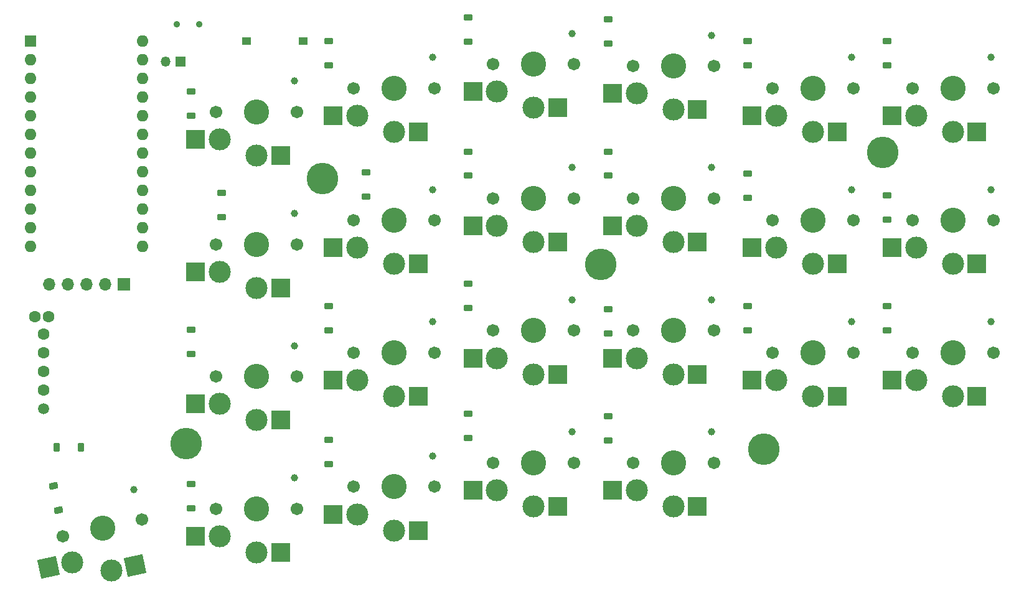
<source format=gbs>
%TF.GenerationSoftware,KiCad,Pcbnew,7.0.5-0*%
%TF.CreationDate,2023-08-04T20:21:57+09:30*%
%TF.ProjectId,Rolio,436f726e-6552-46f6-9c69-6f2e6b696361,rev?*%
%TF.SameCoordinates,Original*%
%TF.FileFunction,Soldermask,Bot*%
%TF.FilePolarity,Negative*%
%FSLAX46Y46*%
G04 Gerber Fmt 4.6, Leading zero omitted, Abs format (unit mm)*
G04 Created by KiCad (PCBNEW 7.0.5-0) date 2023-08-04 20:21:57*
%MOMM*%
%LPD*%
G01*
G04 APERTURE LIST*
G04 Aperture macros list*
%AMRoundRect*
0 Rectangle with rounded corners*
0 $1 Rounding radius*
0 $2 $3 $4 $5 $6 $7 $8 $9 X,Y pos of 4 corners*
0 Add a 4 corners polygon primitive as box body*
4,1,4,$2,$3,$4,$5,$6,$7,$8,$9,$2,$3,0*
0 Add four circle primitives for the rounded corners*
1,1,$1+$1,$2,$3*
1,1,$1+$1,$4,$5*
1,1,$1+$1,$6,$7*
1,1,$1+$1,$8,$9*
0 Add four rect primitives between the rounded corners*
20,1,$1+$1,$2,$3,$4,$5,0*
20,1,$1+$1,$4,$5,$6,$7,0*
20,1,$1+$1,$6,$7,$8,$9,0*
20,1,$1+$1,$8,$9,$2,$3,0*%
%AMRotRect*
0 Rectangle, with rotation*
0 The origin of the aperture is its center*
0 $1 length*
0 $2 width*
0 $3 Rotation angle, in degrees counterclockwise*
0 Add horizontal line*
21,1,$1,$2,0,0,$3*%
G04 Aperture macros list end*
%ADD10C,1.701800*%
%ADD11C,3.000000*%
%ADD12C,3.429000*%
%ADD13C,0.990600*%
%ADD14R,2.600000X2.600000*%
%ADD15C,4.300000*%
%ADD16R,1.700000X1.700000*%
%ADD17O,1.700000X1.700000*%
%ADD18C,1.500000*%
%ADD19C,1.600000*%
%ADD20C,0.900000*%
%ADD21R,1.600000X1.600000*%
%ADD22O,1.600000X1.600000*%
%ADD23RotRect,2.600000X2.600000X12.000000*%
%ADD24R,1.350000X1.350000*%
%ADD25O,1.350000X1.350000*%
%ADD26RoundRect,0.225000X-0.375000X0.225000X-0.375000X-0.225000X0.375000X-0.225000X0.375000X0.225000X0*%
%ADD27RoundRect,0.225000X-0.413585X0.142116X-0.320025X-0.298050X0.413585X-0.142116X0.320025X0.298050X0*%
%ADD28R,1.250000X1.000000*%
%ADD29RoundRect,0.225000X-0.225000X-0.375000X0.225000X-0.375000X0.225000X0.375000X-0.225000X0.375000X0*%
G04 APERTURE END LIST*
D10*
X154320000Y-46530000D03*
D11*
X154820000Y-50280000D03*
D12*
X159820000Y-46530000D03*
D11*
X159820000Y-52480000D03*
D13*
X165040000Y-42330000D03*
D10*
X165320000Y-46530000D03*
D14*
X163095000Y-52480000D03*
X151545000Y-50280000D03*
D10*
X116320000Y-97530000D03*
D11*
X116820000Y-101280000D03*
D12*
X121820000Y-97530000D03*
D11*
X121820000Y-103480000D03*
D13*
X127040000Y-93330000D03*
D10*
X127320000Y-97530000D03*
D14*
X125095000Y-103480000D03*
X113545000Y-101280000D03*
D10*
X135320000Y-97530000D03*
D11*
X135820000Y-101280000D03*
D12*
X140820000Y-97530000D03*
D11*
X140820000Y-103480000D03*
D13*
X146040000Y-93330000D03*
D10*
X146320000Y-97530000D03*
D14*
X144095000Y-103480000D03*
X132545000Y-101280000D03*
D15*
X153095500Y-95672000D03*
D10*
X135320000Y-61530000D03*
D11*
X135820000Y-65280000D03*
D12*
X140820000Y-61530000D03*
D11*
X140820000Y-67480000D03*
D13*
X146040000Y-57330000D03*
D10*
X146320000Y-61530000D03*
D14*
X144095000Y-67480000D03*
X132545000Y-65280000D03*
D10*
X154320000Y-64530000D03*
D11*
X154820000Y-68280000D03*
D12*
X159820000Y-64530000D03*
D11*
X159820000Y-70480000D03*
D13*
X165040000Y-60330000D03*
D10*
X165320000Y-64530000D03*
D14*
X163095000Y-70480000D03*
X151545000Y-68280000D03*
D16*
X66047500Y-73280000D03*
D17*
X63507500Y-73280000D03*
X60967500Y-73280000D03*
X58427500Y-73280000D03*
X55887500Y-73280000D03*
D10*
X78600000Y-49780000D03*
D11*
X79100000Y-53530000D03*
D12*
X84100000Y-49780000D03*
D11*
X84100000Y-55730000D03*
D13*
X89320000Y-45580000D03*
D10*
X89600000Y-49780000D03*
D14*
X87375000Y-55730000D03*
X75825000Y-53530000D03*
D18*
X55197500Y-90130000D03*
D19*
X55197500Y-80020000D03*
X55197500Y-82560000D03*
X55197500Y-85100000D03*
X55197500Y-87640000D03*
X53972500Y-77630000D03*
X55822500Y-77630000D03*
D10*
X173320000Y-82530000D03*
D11*
X173820000Y-86280000D03*
D12*
X178820000Y-82530000D03*
D11*
X178820000Y-88480000D03*
D13*
X184040000Y-78330000D03*
D10*
X184320000Y-82530000D03*
D14*
X182095000Y-88480000D03*
X170545000Y-86280000D03*
D20*
X76314000Y-37812000D03*
X73314000Y-37812000D03*
D10*
X116320000Y-61530000D03*
D11*
X116820000Y-65280000D03*
D12*
X121820000Y-61530000D03*
D11*
X121820000Y-67480000D03*
D13*
X127040000Y-57330000D03*
D10*
X127320000Y-61530000D03*
D14*
X125095000Y-67480000D03*
X113545000Y-65280000D03*
D15*
X74560000Y-94910000D03*
D10*
X97320000Y-82530000D03*
D11*
X97820000Y-86280000D03*
D12*
X102820000Y-82530000D03*
D11*
X102820000Y-88480000D03*
D13*
X108040000Y-78330000D03*
D10*
X108320000Y-82530000D03*
D14*
X106095000Y-88480000D03*
X94545000Y-86280000D03*
D10*
X116320000Y-79530000D03*
D11*
X116820000Y-83280000D03*
D12*
X121820000Y-79530000D03*
D11*
X121820000Y-85480000D03*
D13*
X127040000Y-75330000D03*
D10*
X127320000Y-79530000D03*
D14*
X125095000Y-85480000D03*
X113545000Y-83280000D03*
D15*
X93102000Y-58842000D03*
D10*
X97320000Y-46530000D03*
D11*
X97820000Y-50280000D03*
D12*
X102820000Y-46530000D03*
D11*
X102820000Y-52480000D03*
D13*
X108040000Y-42330000D03*
D10*
X108320000Y-46530000D03*
D14*
X106095000Y-52480000D03*
X94545000Y-50280000D03*
D15*
X169302000Y-55286000D03*
D21*
X53347500Y-40170000D03*
D22*
X53347500Y-42710000D03*
X53347500Y-45250000D03*
X53347500Y-47790000D03*
X53347500Y-50330000D03*
X53347500Y-52870000D03*
X53347500Y-55410000D03*
X53347500Y-57950000D03*
X53347500Y-60490000D03*
X53347500Y-63030000D03*
X53347500Y-65570000D03*
X53347500Y-68110000D03*
X68587500Y-68110000D03*
X68587500Y-65570000D03*
X68587500Y-63030000D03*
X68587500Y-60490000D03*
X68587500Y-57950000D03*
X68587500Y-55410000D03*
X68587500Y-52870000D03*
X68587500Y-50330000D03*
X68587500Y-47790000D03*
X68587500Y-45250000D03*
X68587500Y-42710000D03*
X68587500Y-40170000D03*
D10*
X173320000Y-64530000D03*
D11*
X173820000Y-68280000D03*
D12*
X178820000Y-64530000D03*
D11*
X178820000Y-70480000D03*
D13*
X184040000Y-60330000D03*
D10*
X184320000Y-64530000D03*
D14*
X182095000Y-70480000D03*
X170545000Y-68280000D03*
D10*
X173320000Y-46530000D03*
D11*
X173820000Y-50280000D03*
D12*
X178820000Y-46530000D03*
D11*
X178820000Y-52480000D03*
D13*
X184040000Y-42330000D03*
D10*
X184320000Y-46530000D03*
D14*
X182095000Y-52480000D03*
X170545000Y-50280000D03*
D15*
X130962000Y-70526000D03*
D10*
X78600000Y-85780000D03*
D11*
X79100000Y-89530000D03*
D12*
X84100000Y-85780000D03*
D11*
X84100000Y-91730000D03*
D13*
X89320000Y-81580000D03*
D10*
X89600000Y-85780000D03*
D14*
X87375000Y-91730000D03*
X75825000Y-89530000D03*
D10*
X116320000Y-43280000D03*
D11*
X116820000Y-47030000D03*
D12*
X121820000Y-43280000D03*
D11*
X121820000Y-49230000D03*
D13*
X127040000Y-39080000D03*
D10*
X127320000Y-43280000D03*
D14*
X125095000Y-49230000D03*
X113545000Y-47030000D03*
D10*
X57780568Y-107547989D03*
D11*
X59049311Y-111112087D03*
D12*
X63160380Y-106404475D03*
D11*
X64397455Y-112224453D03*
D13*
X67393081Y-101210956D03*
D10*
X68540192Y-105260961D03*
D23*
X67600888Y-111543542D03*
X55845877Y-111792998D03*
D10*
X78600000Y-67825000D03*
D11*
X79100000Y-71575000D03*
D12*
X84100000Y-67825000D03*
D11*
X84100000Y-73775000D03*
D13*
X89320000Y-63625000D03*
D10*
X89600000Y-67825000D03*
D14*
X87375000Y-73775000D03*
X75825000Y-71575000D03*
D10*
X135320000Y-79530000D03*
D11*
X135820000Y-83280000D03*
D12*
X140820000Y-79530000D03*
D11*
X140820000Y-85480000D03*
D13*
X146040000Y-75330000D03*
D10*
X146320000Y-79530000D03*
D14*
X144095000Y-85480000D03*
X132545000Y-83280000D03*
D24*
X73782000Y-42926000D03*
D25*
X71782000Y-42926000D03*
D10*
X97320000Y-64530000D03*
D11*
X97820000Y-68280000D03*
D12*
X102820000Y-64530000D03*
D11*
X102820000Y-70480000D03*
D13*
X108040000Y-60330000D03*
D10*
X108320000Y-64530000D03*
D14*
X106095000Y-70480000D03*
X94545000Y-68280000D03*
D10*
X135320000Y-43530000D03*
D11*
X135820000Y-47280000D03*
D12*
X140820000Y-43530000D03*
D11*
X140820000Y-49480000D03*
D13*
X146040000Y-39330000D03*
D10*
X146320000Y-43530000D03*
D14*
X144095000Y-49480000D03*
X132545000Y-47280000D03*
D10*
X97320000Y-100780000D03*
D11*
X97820000Y-104530000D03*
D12*
X102820000Y-100780000D03*
D11*
X102820000Y-106730000D03*
D13*
X108040000Y-96580000D03*
D10*
X108320000Y-100780000D03*
D14*
X106095000Y-106730000D03*
X94545000Y-104530000D03*
D10*
X154320000Y-82530000D03*
D11*
X154820000Y-86280000D03*
D12*
X159820000Y-82530000D03*
D11*
X159820000Y-88480000D03*
D13*
X165040000Y-78330000D03*
D10*
X165320000Y-82530000D03*
D14*
X163095000Y-88480000D03*
X151545000Y-86280000D03*
D10*
X78600000Y-103780000D03*
D11*
X79100000Y-107530000D03*
D12*
X84100000Y-103780000D03*
D11*
X84100000Y-109730000D03*
D13*
X89320000Y-99580000D03*
D10*
X89600000Y-103780000D03*
D14*
X87375000Y-109730000D03*
X75825000Y-107530000D03*
D26*
X150920000Y-76162500D03*
X150920000Y-79462500D03*
X131920000Y-55162500D03*
X131920000Y-58462500D03*
X75200000Y-79412500D03*
X75200000Y-82712500D03*
X75200000Y-46990000D03*
X75200000Y-50290000D03*
X169920000Y-61162500D03*
X169920000Y-64462500D03*
X93920000Y-76162500D03*
X93920000Y-79462500D03*
X112920000Y-73162500D03*
X112920000Y-76462500D03*
X112920000Y-36912500D03*
X112920000Y-40212500D03*
X93920000Y-94412500D03*
X93920000Y-97712500D03*
X112920000Y-90842500D03*
X112920000Y-94142500D03*
X150920000Y-58162500D03*
X150920000Y-61462500D03*
X79386000Y-60834000D03*
X79386000Y-64134000D03*
D27*
X56534446Y-100710056D03*
X57220554Y-103937944D03*
D26*
X131920000Y-91162500D03*
X131920000Y-94462500D03*
X131920000Y-37162500D03*
X131920000Y-40462500D03*
D28*
X90475000Y-40130000D03*
X82725000Y-40130000D03*
D26*
X93920000Y-40162500D03*
X93920000Y-43462500D03*
X99041500Y-58002000D03*
X99041500Y-61302000D03*
X169920000Y-76162500D03*
X169920000Y-79462500D03*
X150920000Y-40162500D03*
X150920000Y-43462500D03*
X169920000Y-40162500D03*
X169920000Y-43462500D03*
X112920000Y-55162500D03*
X112920000Y-58462500D03*
D29*
X56908000Y-95418000D03*
X60208000Y-95418000D03*
D26*
X75200000Y-100412500D03*
X75200000Y-103712500D03*
X131920000Y-76662500D03*
X131920000Y-79962500D03*
M02*

</source>
